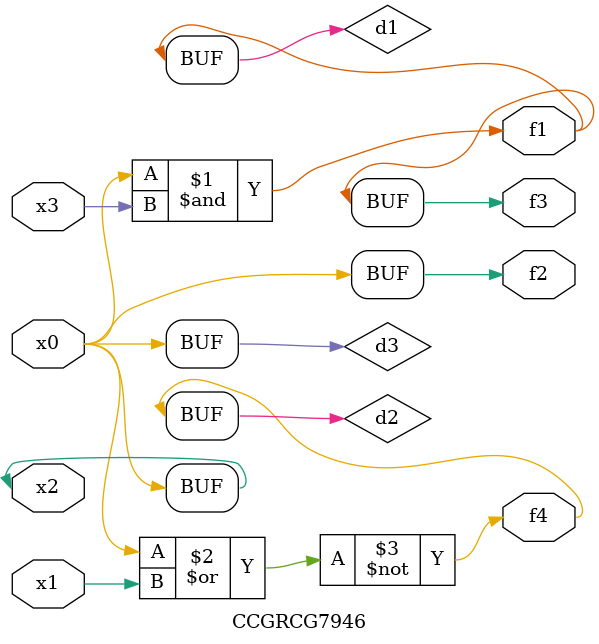
<source format=v>
module CCGRCG7946(
	input x0, x1, x2, x3,
	output f1, f2, f3, f4
);

	wire d1, d2, d3;

	and (d1, x2, x3);
	nor (d2, x0, x1);
	buf (d3, x0, x2);
	assign f1 = d1;
	assign f2 = d3;
	assign f3 = d1;
	assign f4 = d2;
endmodule

</source>
